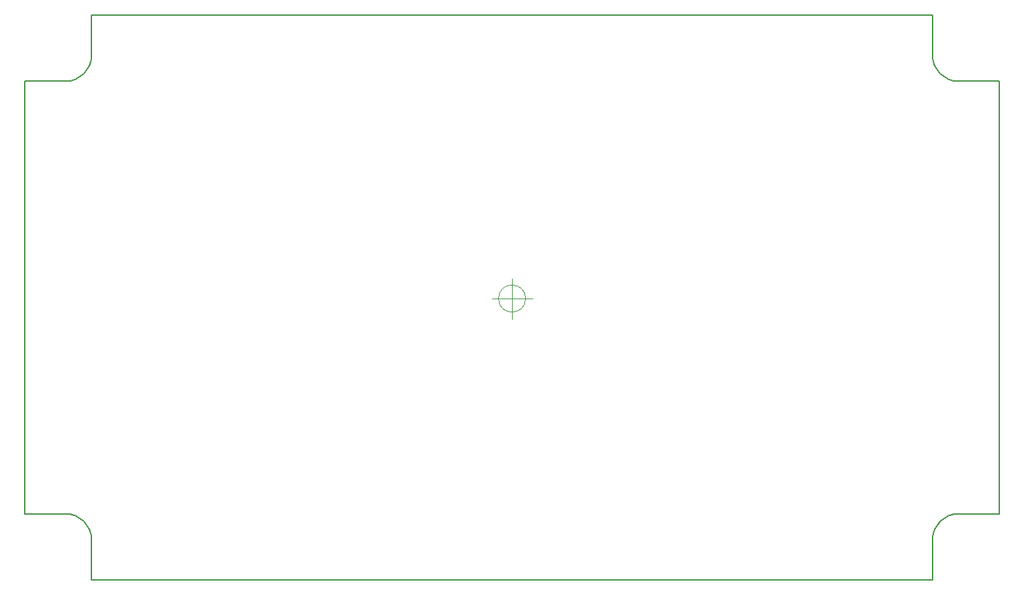
<source format=gbr>
%TF.GenerationSoftware,KiCad,Pcbnew,6.0.11-2627ca5db0~126~ubuntu22.04.1*%
%TF.CreationDate,2023-02-28T16:13:50+01:00*%
%TF.ProjectId,AstaGroeting-A_Spark_of_Passion,41737461-4772-46f6-9574-696e672d415f,rev?*%
%TF.SameCoordinates,Original*%
%TF.FileFunction,Profile,NP*%
%FSLAX46Y46*%
G04 Gerber Fmt 4.6, Leading zero omitted, Abs format (unit mm)*
G04 Created by KiCad (PCBNEW 6.0.11-2627ca5db0~126~ubuntu22.04.1) date 2023-02-28 16:13:50*
%MOMM*%
%LPD*%
G01*
G04 APERTURE LIST*
%TA.AperFunction,Profile*%
%ADD10C,0.150000*%
%TD*%
%TA.AperFunction,Profile*%
%ADD11C,0.100000*%
%TD*%
G04 APERTURE END LIST*
D10*
X211800000Y-121080000D02*
G75*
G03*
X208600000Y-124280000I0J-3200000D01*
G01*
X105000000Y-124280000D02*
G75*
G03*
X101800000Y-121080000I-3200000J0D01*
G01*
X101800000Y-67730000D02*
G75*
G03*
X105000000Y-64530000I0J3200000D01*
G01*
X208600000Y-64530000D02*
G75*
G03*
X211800000Y-67730000I3200000J0D01*
G01*
X216800000Y-67730000D02*
X216800000Y-121080000D01*
X211800000Y-67730000D02*
X216800000Y-67730000D01*
X211800000Y-121080000D02*
X216800000Y-121080000D01*
X208600000Y-129280000D02*
X105000000Y-129280000D01*
X208600000Y-124280000D02*
X208600000Y-129280000D01*
X105000000Y-124280000D02*
X105000000Y-129280000D01*
X96800000Y-121080000D02*
X96800000Y-67730000D01*
X101800000Y-121080000D02*
X96800000Y-121080000D01*
X101800000Y-67730000D02*
X96800000Y-67730000D01*
X105000000Y-59530000D02*
X208600000Y-59530000D01*
X105000000Y-64530000D02*
X105000000Y-59530000D01*
X208600000Y-64530000D02*
X208600000Y-59530000D01*
D11*
X158466666Y-94530000D02*
G75*
G03*
X158466666Y-94530000I-1666666J0D01*
G01*
X154300000Y-94530000D02*
X159300000Y-94530000D01*
X156800000Y-92030000D02*
X156800000Y-97030000D01*
M02*

</source>
